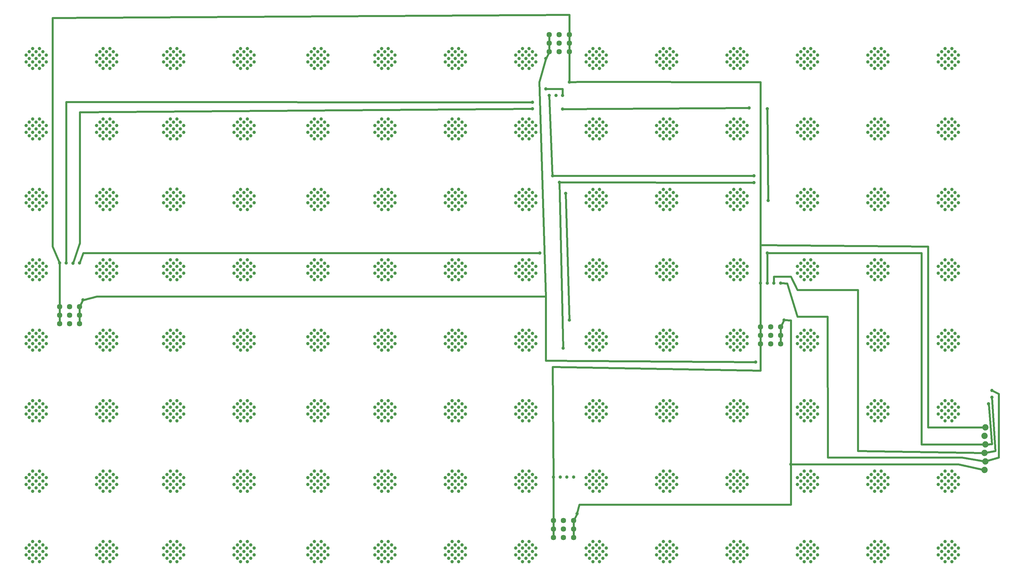
<source format=gbl>
G04 MADE WITH FRITZING*
G04 WWW.FRITZING.ORG*
G04 DOUBLE SIDED*
G04 HOLES PLATED*
G04 CONTOUR ON CENTER OF CONTOUR VECTOR*
%ASAXBY*%
%FSLAX23Y23*%
%MOIN*%
%OFA0B0*%
%SFA1.0B1.0*%
%ADD10C,0.039370*%
%ADD11C,0.063622*%
%ADD12C,0.074000*%
%ADD13C,0.024000*%
%LNCOPPER0*%
G90*
G70*
G54D10*
X7579Y2975D03*
X6673Y1243D03*
X5847Y2069D03*
X5925Y2817D03*
X7658Y5298D03*
X5020Y6203D03*
X6870Y455D03*
X5886Y5416D03*
X7736Y1164D03*
X6043Y1951D03*
X4311Y298D03*
X5138Y2778D03*
X5177Y495D03*
X5965Y4510D03*
X6004Y4550D03*
X4232Y6243D03*
X5020Y1164D03*
X6831Y1912D03*
X5886Y377D03*
X7697Y4589D03*
X6004Y6046D03*
X5256Y6203D03*
X5925Y5219D03*
X4193Y1243D03*
X4351Y5377D03*
X4351Y2069D03*
X7658Y5455D03*
X7618Y4432D03*
X6713Y3762D03*
X7579Y1243D03*
X6004Y258D03*
X5177Y3723D03*
X5020Y4550D03*
X6083Y6125D03*
X5138Y2109D03*
X5177Y1912D03*
X6792Y2778D03*
X5099Y1321D03*
X7500Y1164D03*
X6713Y6085D03*
X6792Y5337D03*
X7579Y3566D03*
X4351Y3644D03*
X4272Y3802D03*
X7540Y377D03*
X5847Y3644D03*
X5965Y6164D03*
X5177Y2975D03*
X6004Y1164D03*
X6792Y4510D03*
X6083Y4471D03*
X4311Y1282D03*
X4272Y6203D03*
X5886Y6085D03*
X6752Y2975D03*
X6870Y6085D03*
X4232Y4589D03*
X7579Y6282D03*
X6673Y416D03*
X7697Y2936D03*
X7540Y3762D03*
X4232Y2936D03*
X5925Y1321D03*
X4429Y416D03*
X7618Y1951D03*
X5020Y337D03*
X7736Y337D03*
X7736Y5377D03*
X5217Y2857D03*
X6752Y5219D03*
X4272Y4628D03*
X6831Y1321D03*
X5886Y1125D03*
X5886Y2030D03*
X7658Y337D03*
X5138Y2936D03*
X4193Y3723D03*
X6673Y6203D03*
X6083Y3644D03*
X4232Y5337D03*
X4272Y1243D03*
X7697Y2030D03*
X6870Y1203D03*
X6792Y2030D03*
X6083Y337D03*
X6043Y6085D03*
X6673Y2896D03*
X4351Y6046D03*
X5099Y2148D03*
X5138Y5337D03*
X4390Y3605D03*
X4232Y2109D03*
X5256Y3723D03*
X5020Y2817D03*
X6752Y258D03*
X5099Y258D03*
X6792Y2109D03*
X5138Y1203D03*
X4232Y1203D03*
X5059Y1203D03*
X7658Y2148D03*
X5925Y3566D03*
X6792Y5416D03*
X5177Y3566D03*
X5059Y6243D03*
X4390Y1282D03*
X4390Y2109D03*
X5217Y5258D03*
X5256Y1164D03*
X5965Y1203D03*
X4429Y2069D03*
X6713Y2857D03*
X5177Y4550D03*
X6752Y1243D03*
X6043Y5416D03*
X6043Y298D03*
X7618Y6243D03*
X6752Y2069D03*
X5177Y2896D03*
X5099Y6046D03*
X7736Y4550D03*
X4272Y4392D03*
X4232Y3684D03*
X5138Y5416D03*
X4351Y2739D03*
X5177Y258D03*
X7658Y5377D03*
X5925Y495D03*
X5059Y4589D03*
X5059Y3762D03*
X5177Y5377D03*
X7540Y5416D03*
X4390Y5416D03*
X7500Y4550D03*
X5020Y5377D03*
X7579Y2817D03*
X7579Y1991D03*
X5965Y1951D03*
X6831Y4392D03*
X6792Y4589D03*
X5020Y3723D03*
X5886Y3762D03*
X5217Y1951D03*
X5886Y298D03*
X5138Y2030D03*
X5020Y6125D03*
X4272Y2817D03*
X5847Y416D03*
X6792Y1125D03*
X7540Y2778D03*
X5138Y6243D03*
X7579Y258D03*
X4429Y5298D03*
X7736Y6203D03*
X7697Y298D03*
X4272Y1085D03*
X7579Y3723D03*
X6043Y2778D03*
X6831Y2975D03*
X7579Y3644D03*
X7618Y3605D03*
X6752Y4392D03*
X6004Y495D03*
X6910Y337D03*
X5847Y1243D03*
X7658Y1085D03*
X6713Y377D03*
X5965Y5337D03*
X7500Y1243D03*
X4351Y1243D03*
X6752Y1991D03*
X6043Y3605D03*
X6043Y2109D03*
X6831Y4471D03*
X6004Y3566D03*
X6752Y495D03*
X4193Y4471D03*
X6713Y2936D03*
X7500Y2069D03*
X6043Y1282D03*
X6792Y298D03*
X7697Y455D03*
X6752Y5377D03*
X6870Y6243D03*
X5138Y3684D03*
X7540Y1282D03*
X7658Y3723D03*
X4390Y2936D03*
X7540Y1125D03*
X7736Y6125D03*
X5177Y6282D03*
X5886Y455D03*
X6004Y6203D03*
X7540Y4432D03*
X7579Y5455D03*
X7579Y4392D03*
X4351Y6282D03*
X6910Y2896D03*
X5217Y4510D03*
X5177Y337D03*
X5925Y3644D03*
X5059Y1282D03*
X7697Y5337D03*
X5847Y6125D03*
X4311Y5416D03*
X4232Y377D03*
X4193Y1164D03*
X7697Y2109D03*
X6004Y6282D03*
X5217Y5337D03*
X4390Y3684D03*
X4272Y1991D03*
X4193Y416D03*
X5217Y6243D03*
X7658Y4550D03*
X5217Y3605D03*
X4429Y1164D03*
X6752Y4628D03*
X7736Y3723D03*
X6752Y1085D03*
X6004Y1321D03*
X6792Y1951D03*
X4390Y1951D03*
X7500Y4471D03*
X4390Y2030D03*
X4193Y2896D03*
X4311Y3684D03*
X6870Y3762D03*
X7540Y3605D03*
X6831Y6125D03*
X4351Y258D03*
X7540Y2030D03*
X4351Y5298D03*
X7579Y5377D03*
X5886Y3605D03*
X6713Y1125D03*
X7500Y6203D03*
X6831Y1243D03*
X6673Y5377D03*
X6870Y1951D03*
X4193Y4550D03*
X7697Y2778D03*
X7540Y2936D03*
X6870Y6164D03*
X4272Y258D03*
X6752Y1912D03*
X5965Y2778D03*
X6792Y4432D03*
X5138Y455D03*
X7579Y2069D03*
X4272Y416D03*
X5059Y5337D03*
X7540Y1951D03*
X6713Y4510D03*
X4390Y6243D03*
X7658Y2817D03*
X5059Y1125D03*
X6831Y2069D03*
X5138Y1951D03*
X5020Y4471D03*
X4429Y5377D03*
X7697Y6164D03*
X5217Y6085D03*
X6910Y5377D03*
X4351Y2148D03*
X7540Y2109D03*
X5217Y1282D03*
X4351Y5455D03*
X5217Y455D03*
X4390Y4510D03*
X6004Y416D03*
X5138Y1282D03*
X6910Y3723D03*
X5020Y3644D03*
X6870Y2109D03*
X6083Y1991D03*
X4311Y1125D03*
X6752Y3802D03*
X7618Y2778D03*
X6713Y3605D03*
X7579Y495D03*
X6713Y2778D03*
X4390Y4432D03*
X4232Y1951D03*
X7500Y1991D03*
X5965Y2109D03*
X5177Y1085D03*
X4429Y6203D03*
X7658Y2069D03*
X7618Y1203D03*
X5886Y3684D03*
X5217Y2778D03*
X4272Y3723D03*
X7697Y4432D03*
X4351Y6203D03*
X7540Y5258D03*
X7658Y1243D03*
X5099Y1243D03*
X4429Y2817D03*
X5177Y416D03*
X7540Y3684D03*
X6083Y1164D03*
X5217Y3684D03*
X7618Y4510D03*
X4351Y1321D03*
X5177Y1243D03*
X7697Y5258D03*
X6870Y4510D03*
X7579Y6125D03*
X7658Y4392D03*
X4272Y2148D03*
X6713Y298D03*
X6831Y3802D03*
X6004Y2739D03*
X6043Y4510D03*
X7579Y2148D03*
X6870Y298D03*
X6043Y3684D03*
X5138Y4510D03*
X5177Y6125D03*
X5177Y6203D03*
X5099Y2896D03*
X6870Y5337D03*
X6004Y1085D03*
X6831Y5455D03*
X4429Y1243D03*
X6910Y416D03*
X7540Y6164D03*
X7736Y416D03*
X7658Y495D03*
X4351Y2817D03*
X6752Y1321D03*
X4193Y5298D03*
X4390Y5337D03*
X7540Y1203D03*
X7697Y6085D03*
X5059Y377D03*
X7500Y2896D03*
X6910Y6125D03*
X6831Y4550D03*
X5965Y6085D03*
X4272Y3566D03*
X5217Y298D03*
X7658Y2896D03*
X7658Y258D03*
X6004Y5298D03*
X6673Y2069D03*
X5925Y1912D03*
X7500Y3644D03*
X6831Y3723D03*
X5886Y4432D03*
X5099Y4392D03*
X7540Y298D03*
X5059Y6085D03*
X4272Y2069D03*
X5886Y2778D03*
X4272Y337D03*
X7658Y3802D03*
X5177Y5219D03*
X7500Y337D03*
X4232Y4510D03*
X6673Y4550D03*
X5847Y1991D03*
X6910Y2817D03*
X6752Y337D03*
X5059Y5258D03*
X5965Y1125D03*
X5217Y4589D03*
X6792Y1203D03*
X6673Y3644D03*
X4390Y5258D03*
X5099Y5298D03*
X7658Y1912D03*
X5099Y4471D03*
X5925Y6203D03*
X6043Y5258D03*
X7736Y4471D03*
X5020Y1991D03*
X4311Y6085D03*
X6004Y6125D03*
X5177Y2739D03*
X5965Y4432D03*
X7658Y1321D03*
X4351Y416D03*
X5256Y5298D03*
X5059Y6164D03*
X6870Y4589D03*
X7540Y6085D03*
X6910Y1243D03*
X5177Y5455D03*
X6004Y4471D03*
X7579Y416D03*
X5256Y2817D03*
X5099Y2069D03*
X6713Y5258D03*
X6713Y1203D03*
X6910Y4550D03*
X7500Y3723D03*
X4351Y3723D03*
X5965Y455D03*
X7697Y6243D03*
X5925Y2975D03*
X4311Y2109D03*
X5217Y2936D03*
X7697Y4510D03*
X5138Y1125D03*
X4390Y2857D03*
X7658Y5219D03*
X5965Y298D03*
X5847Y337D03*
X4232Y6085D03*
X7658Y6282D03*
X5020Y5298D03*
X5925Y5298D03*
X5099Y3802D03*
X5099Y5219D03*
X6870Y377D03*
X5217Y4432D03*
X5099Y6203D03*
X6831Y5377D03*
X5886Y1951D03*
X5099Y2739D03*
X4272Y6282D03*
X4351Y1164D03*
X5256Y3644D03*
X7697Y1125D03*
X7658Y1164D03*
X5099Y4550D03*
X7500Y2817D03*
X5217Y6164D03*
X5965Y3684D03*
X6004Y1991D03*
X4232Y1282D03*
X5099Y4628D03*
X5059Y3605D03*
X5925Y2896D03*
X5886Y2857D03*
X6004Y337D03*
X4429Y337D03*
X6673Y6125D03*
X6870Y1282D03*
X5177Y4628D03*
X4272Y2896D03*
X6673Y3723D03*
X5256Y5377D03*
X7618Y4589D03*
X6713Y4432D03*
X4390Y4589D03*
X6673Y2817D03*
X4351Y4392D03*
X6004Y1912D03*
X6752Y2148D03*
X6831Y2739D03*
X5925Y3723D03*
X4193Y2069D03*
X7540Y4510D03*
X6043Y4589D03*
X5965Y5416D03*
X6043Y6243D03*
X5099Y2817D03*
X6043Y377D03*
X5059Y3684D03*
X6831Y6282D03*
X7658Y2739D03*
X7697Y1282D03*
X6831Y2148D03*
X4311Y4589D03*
X5847Y3723D03*
X5059Y298D03*
X4272Y6125D03*
X4311Y4510D03*
X4390Y377D03*
X4193Y6203D03*
X6083Y2069D03*
X7736Y2896D03*
X4272Y495D03*
X4311Y3762D03*
X4193Y3644D03*
X6910Y4471D03*
X4232Y5258D03*
X5099Y5377D03*
X6831Y2896D03*
X6792Y2857D03*
X6083Y1243D03*
X5138Y4589D03*
X5886Y5337D03*
X7618Y2109D03*
X4232Y5416D03*
X5020Y2896D03*
X5059Y2030D03*
X5256Y416D03*
X5099Y495D03*
X6043Y455D03*
X7618Y1125D03*
X5059Y4510D03*
X6752Y3566D03*
X4311Y2936D03*
X7500Y5298D03*
X5256Y1991D03*
X6043Y6164D03*
X5256Y4471D03*
X6831Y258D03*
X4351Y3802D03*
X7736Y1991D03*
X4351Y6125D03*
X5177Y1991D03*
X5177Y1164D03*
X6004Y3802D03*
X5099Y6125D03*
X4272Y2739D03*
X4232Y298D03*
X6870Y1125D03*
X5059Y2778D03*
X5177Y4471D03*
X6752Y6203D03*
X6004Y5455D03*
X5925Y5455D03*
X6910Y6203D03*
X6752Y6125D03*
X7579Y1164D03*
X5965Y5258D03*
X5138Y4432D03*
X6713Y455D03*
X6752Y5455D03*
X4390Y298D03*
X6870Y2030D03*
X5965Y6243D03*
X6792Y3762D03*
X4232Y2778D03*
X6910Y5298D03*
X5886Y4589D03*
X6004Y4392D03*
X5256Y337D03*
X4311Y1951D03*
X7618Y6164D03*
X5847Y4471D03*
X5177Y6046D03*
X6083Y5298D03*
X6870Y5416D03*
X6792Y455D03*
X5138Y2857D03*
X6792Y6085D03*
X4272Y5377D03*
X4232Y3762D03*
X5099Y6282D03*
X7658Y6125D03*
X7579Y4550D03*
X5925Y2148D03*
X5138Y6164D03*
X6083Y5377D03*
X6713Y4589D03*
X5217Y5416D03*
X7658Y4628D03*
X6831Y5298D03*
X5925Y6125D03*
X5217Y2109D03*
X4272Y4471D03*
X6004Y2896D03*
X7658Y6046D03*
X5099Y5455D03*
X4193Y5377D03*
X4311Y2030D03*
X7618Y2030D03*
X7618Y377D03*
X5059Y2936D03*
X5965Y2030D03*
X6831Y1991D03*
X4351Y2975D03*
X4390Y3762D03*
X5059Y2109D03*
X5886Y2936D03*
X7579Y2896D03*
X7579Y5219D03*
X6713Y2030D03*
X6083Y3723D03*
X6752Y3723D03*
X5886Y5258D03*
X6792Y6164D03*
X7618Y2857D03*
X5099Y3566D03*
X7618Y6085D03*
X5886Y6164D03*
X6713Y1951D03*
X5847Y5298D03*
X5847Y4550D03*
X6713Y5337D03*
X5138Y3762D03*
X6004Y4628D03*
X6792Y1282D03*
X4311Y6243D03*
X4311Y3605D03*
X7618Y298D03*
X5925Y2739D03*
X6043Y2857D03*
X4232Y6164D03*
X5925Y1164D03*
X4351Y1085D03*
X5059Y1951D03*
X6043Y5337D03*
X6831Y1164D03*
X4311Y6164D03*
X6752Y2739D03*
X6752Y6282D03*
X6043Y1125D03*
X7736Y2069D03*
X4232Y4432D03*
X5925Y1085D03*
X5099Y2975D03*
X7736Y3644D03*
X6792Y2936D03*
X6043Y1203D03*
X4351Y3566D03*
X5138Y6085D03*
X7658Y416D03*
X6004Y2148D03*
X4272Y6046D03*
X6713Y3684D03*
X4390Y6085D03*
X5925Y258D03*
X5059Y455D03*
X7540Y6243D03*
X7579Y337D03*
X6870Y2936D03*
X6910Y1164D03*
X4429Y6125D03*
X5138Y5258D03*
X4272Y1912D03*
X5177Y2069D03*
X4311Y5258D03*
X7618Y2936D03*
X4311Y4432D03*
X4429Y1991D03*
X7697Y3762D03*
X5847Y5377D03*
X6004Y2069D03*
X5177Y3802D03*
X6004Y3644D03*
X7579Y1085D03*
X7658Y1991D03*
X4193Y6125D03*
X7697Y2857D03*
X6910Y3644D03*
X6831Y495D03*
X5965Y2857D03*
X6752Y6046D03*
X4311Y5337D03*
X5886Y2109D03*
X6713Y6164D03*
X6831Y1085D03*
X6713Y6243D03*
X7579Y1321D03*
X6752Y2896D03*
X6792Y377D03*
X7736Y2817D03*
X6713Y5416D03*
X7697Y3605D03*
X7618Y5258D03*
X5925Y416D03*
X5886Y4510D03*
X5217Y2030D03*
X4311Y377D03*
X7697Y377D03*
X7658Y3566D03*
X4193Y1991D03*
X5925Y4471D03*
X6910Y1991D03*
X5925Y4392D03*
X5217Y377D03*
X5256Y2896D03*
X7658Y2975D03*
X6004Y5377D03*
X4232Y1125D03*
X5925Y2069D03*
X6831Y6203D03*
X4351Y4471D03*
X7658Y3644D03*
X4311Y455D03*
X7618Y455D03*
X6870Y4432D03*
X7618Y1282D03*
X5099Y3644D03*
X5925Y6046D03*
X6752Y4471D03*
X5847Y1164D03*
X5138Y377D03*
X4351Y2896D03*
X5847Y2896D03*
X5217Y1125D03*
X7736Y5298D03*
X5925Y5377D03*
X6673Y1164D03*
X7736Y1243D03*
X4272Y5298D03*
X5020Y2069D03*
X5925Y3802D03*
X6004Y2817D03*
X6004Y5219D03*
X5925Y4628D03*
X5965Y2936D03*
X7579Y4471D03*
X6831Y3566D03*
X7618Y3762D03*
X7579Y2739D03*
X6083Y2896D03*
X7579Y4628D03*
X5059Y2857D03*
X5965Y3762D03*
X5886Y1282D03*
X6870Y2857D03*
X5965Y377D03*
X5177Y3644D03*
X4429Y4471D03*
X5099Y1912D03*
X6831Y2817D03*
X6910Y2069D03*
X7579Y6046D03*
X5020Y1243D03*
X4429Y3723D03*
X7540Y455D03*
X5965Y4589D03*
X6752Y1164D03*
X6752Y416D03*
X7658Y4471D03*
X5177Y5298D03*
X7540Y5337D03*
X4390Y2778D03*
X7579Y1912D03*
X7697Y3684D03*
X5217Y3762D03*
X4311Y2778D03*
X5256Y2069D03*
X5925Y1991D03*
X6004Y1243D03*
X4351Y1912D03*
X5099Y3723D03*
X7697Y1951D03*
X6831Y6046D03*
X5256Y6125D03*
X6870Y2778D03*
X4311Y2857D03*
X6831Y416D03*
X6083Y416D03*
X6043Y2030D03*
X6752Y3644D03*
X7579Y6203D03*
X4272Y1164D03*
X6831Y4628D03*
X5256Y1243D03*
X5099Y1991D03*
X5847Y2817D03*
X6043Y4432D03*
X5177Y1321D03*
X6083Y4550D03*
X4429Y4550D03*
X6673Y5298D03*
X4351Y495D03*
X4193Y2817D03*
X6673Y4471D03*
X5177Y2148D03*
X5099Y1164D03*
X4232Y3605D03*
X4311Y1203D03*
X5177Y2817D03*
X5138Y298D03*
X5059Y5416D03*
X4390Y455D03*
X5099Y416D03*
X6673Y1991D03*
X5177Y4392D03*
X5099Y337D03*
X4351Y4550D03*
X6083Y6203D03*
X4351Y5219D03*
X7540Y4589D03*
X7500Y5377D03*
X4232Y2857D03*
X6831Y5219D03*
X5925Y4550D03*
X6792Y5258D03*
X5217Y1203D03*
X4193Y337D03*
X6752Y4550D03*
X7540Y2857D03*
X7618Y5416D03*
X5925Y337D03*
X4272Y4550D03*
X4232Y455D03*
X5256Y4550D03*
X4272Y2975D03*
X6792Y3605D03*
X6752Y2817D03*
X5886Y6243D03*
X4272Y3644D03*
X7579Y5298D03*
X4272Y5455D03*
X5020Y416D03*
X6713Y1282D03*
X4390Y1125D03*
X5965Y3605D03*
X6792Y6243D03*
X4390Y6164D03*
X7697Y5416D03*
X6752Y5298D03*
X6004Y2975D03*
X7579Y3802D03*
X4429Y3644D03*
X6870Y5258D03*
X7500Y416D03*
X5965Y1282D03*
X6043Y2936D03*
X5925Y1243D03*
X5138Y3605D03*
X6004Y3723D03*
X5099Y1085D03*
X6870Y3605D03*
X4351Y1991D03*
X6792Y3684D03*
X5886Y1203D03*
X6043Y3762D03*
X4351Y337D03*
X7618Y5337D03*
X7658Y6203D03*
X6083Y2817D03*
X6831Y3644D03*
X7618Y3684D03*
X6870Y3684D03*
X7500Y6125D03*
X6673Y337D03*
X4351Y4628D03*
X5847Y6203D03*
X4272Y1321D03*
X6713Y2109D03*
X4272Y5219D03*
X6831Y337D03*
X5925Y6282D03*
X4429Y2896D03*
X4232Y2030D03*
X4390Y1203D03*
X5059Y4432D03*
X7697Y1203D03*
X8327Y6203D03*
X10138Y416D03*
X8366Y2857D03*
X9311Y5377D03*
X9981Y337D03*
X9311Y258D03*
X11004Y5258D03*
X11004Y3762D03*
X10965Y3802D03*
X10020Y3762D03*
X9311Y2148D03*
X11043Y1243D03*
X9390Y2817D03*
X10965Y1321D03*
X10807Y6203D03*
X10807Y1164D03*
X8563Y416D03*
X10217Y4550D03*
X8484Y337D03*
X10020Y298D03*
X10020Y377D03*
X8366Y4589D03*
X9272Y2030D03*
X8445Y1951D03*
X8366Y6164D03*
X10965Y6046D03*
X9193Y1203D03*
X10886Y2739D03*
X10807Y1991D03*
X8366Y3605D03*
X9981Y1164D03*
X9311Y2975D03*
X9272Y6164D03*
X10965Y2739D03*
X10020Y2109D03*
X8563Y4471D03*
X10886Y1085D03*
X9351Y6085D03*
X10847Y2857D03*
X8406Y6046D03*
X9232Y1164D03*
X10020Y6164D03*
X8484Y6046D03*
X11043Y1164D03*
X10059Y5219D03*
X10177Y455D03*
X8524Y6085D03*
X9311Y2896D03*
X10099Y2936D03*
X10177Y1951D03*
X8484Y3566D03*
X9193Y3605D03*
X10059Y1243D03*
X10925Y4510D03*
X9351Y455D03*
X8327Y2896D03*
X10059Y5377D03*
X10886Y337D03*
X8366Y4432D03*
X9193Y2857D03*
X10020Y5258D03*
X8445Y4432D03*
X9232Y5455D03*
X11004Y377D03*
X9154Y2069D03*
X10177Y2109D03*
X8366Y5258D03*
X9311Y1912D03*
X10177Y4510D03*
X11004Y5337D03*
X11004Y1951D03*
X10177Y1282D03*
X10099Y5337D03*
X8366Y377D03*
X10925Y6164D03*
X9351Y2936D03*
X9154Y416D03*
X8406Y3566D03*
X9311Y1991D03*
X11004Y5416D03*
X9390Y5298D03*
X10138Y1243D03*
X10847Y3762D03*
X10177Y6164D03*
X10059Y2148D03*
X11004Y1282D03*
X8484Y6203D03*
X10925Y2857D03*
X10099Y4589D03*
X9981Y3644D03*
X9311Y6046D03*
X9272Y4432D03*
X10138Y5455D03*
X9311Y6125D03*
X10965Y258D03*
X8445Y377D03*
X10217Y6125D03*
X9311Y3566D03*
X9232Y6125D03*
X8524Y3762D03*
X9390Y5377D03*
X9232Y4550D03*
X8484Y2148D03*
X9311Y337D03*
X9351Y2030D03*
X8327Y4471D03*
X10965Y5298D03*
X9390Y1164D03*
X11043Y416D03*
X9351Y4432D03*
X9311Y495D03*
X9272Y4589D03*
X10099Y1282D03*
X8406Y337D03*
X10847Y1282D03*
X8406Y6282D03*
X9193Y1951D03*
X10886Y4628D03*
X10217Y1164D03*
X8445Y6243D03*
X11004Y1203D03*
X8563Y2817D03*
X9154Y1164D03*
X10965Y4392D03*
X10138Y2817D03*
X10020Y2778D03*
X10138Y4629D03*
X8524Y1203D03*
X9272Y1203D03*
X9351Y1951D03*
X8445Y4589D03*
X10020Y1951D03*
X8406Y1991D03*
X8445Y5258D03*
X8406Y2817D03*
X9981Y1991D03*
X9311Y2739D03*
X10059Y4629D03*
X8445Y1203D03*
X8445Y2778D03*
X10059Y258D03*
X8445Y3684D03*
X10965Y3723D03*
X8406Y5455D03*
X8484Y2069D03*
X9193Y5337D03*
X10177Y1203D03*
X9232Y1991D03*
X10059Y2975D03*
X10965Y2896D03*
X8524Y298D03*
X10138Y1164D03*
X9272Y2857D03*
X10886Y6125D03*
X10217Y5377D03*
X9232Y3723D03*
X10020Y4589D03*
X8563Y2896D03*
X10925Y1951D03*
X10886Y416D03*
X10059Y4471D03*
X9311Y6203D03*
X11004Y4510D03*
X8484Y3802D03*
X10965Y6125D03*
X10099Y6085D03*
X8327Y3723D03*
X9311Y4550D03*
X9272Y3605D03*
X9232Y4628D03*
X9232Y3566D03*
X9351Y5337D03*
X10807Y3723D03*
X9232Y4392D03*
X10138Y2975D03*
X10059Y2739D03*
X9193Y2778D03*
X8406Y3723D03*
X9154Y5377D03*
X10020Y2936D03*
X9154Y3723D03*
X10217Y2817D03*
X8524Y2030D03*
X8524Y1125D03*
X10138Y1912D03*
X10138Y1085D03*
X10886Y2896D03*
X9311Y1243D03*
X8366Y1951D03*
X10059Y2069D03*
X8406Y1321D03*
X9311Y5219D03*
X10886Y5298D03*
X9351Y1282D03*
X9981Y416D03*
X8524Y377D03*
X8366Y1125D03*
X8366Y3684D03*
X9351Y5258D03*
X8484Y1912D03*
X10020Y5416D03*
X9351Y2778D03*
X10886Y3566D03*
X9351Y298D03*
X10138Y2148D03*
X8524Y6164D03*
X8445Y1282D03*
X8524Y1951D03*
X10099Y5258D03*
X10020Y4432D03*
X8406Y5219D03*
X11004Y6243D03*
X10217Y6203D03*
X10177Y4432D03*
X10138Y3802D03*
X9981Y2896D03*
X10807Y2817D03*
X10059Y1321D03*
X10965Y3644D03*
X10886Y6282D03*
X8406Y258D03*
X10020Y1203D03*
X8524Y2778D03*
X9154Y1991D03*
X11004Y2778D03*
X9232Y1912D03*
X10925Y5258D03*
X9390Y6203D03*
X10099Y1203D03*
X10059Y1164D03*
X10020Y2030D03*
X10886Y3723D03*
X10807Y2896D03*
X10886Y1991D03*
X9272Y1125D03*
X8484Y5298D03*
X8484Y416D03*
X9311Y2817D03*
X10925Y2109D03*
X9232Y5298D03*
X10925Y5416D03*
X9390Y2069D03*
X10059Y337D03*
X8524Y5416D03*
X8563Y5377D03*
X10138Y4471D03*
X9981Y4471D03*
X10177Y377D03*
X9981Y4550D03*
X11004Y6085D03*
X9272Y6085D03*
X9272Y5337D03*
X10138Y3723D03*
X9390Y1243D03*
X10925Y4589D03*
X8524Y3684D03*
X10807Y337D03*
X10847Y1125D03*
X9272Y1951D03*
X9272Y2936D03*
X8366Y455D03*
X8563Y337D03*
X10217Y3723D03*
X9193Y298D03*
X10020Y6085D03*
X9232Y2817D03*
X8366Y1203D03*
X10965Y416D03*
X10177Y2857D03*
X9390Y3723D03*
X10807Y5298D03*
X9272Y6243D03*
X9981Y5298D03*
X9272Y2778D03*
X10847Y4589D03*
X8406Y6203D03*
X9232Y2975D03*
X10059Y4392D03*
X9390Y416D03*
X8484Y3644D03*
X11043Y5377D03*
X10138Y5219D03*
X9981Y5377D03*
X10099Y2109D03*
X10925Y4432D03*
X9193Y5258D03*
X10059Y6046D03*
X10886Y5377D03*
X10847Y1203D03*
X9311Y4392D03*
X8327Y5377D03*
X9154Y1243D03*
X8484Y5377D03*
X10925Y298D03*
X10847Y6243D03*
X11043Y3723D03*
X10925Y3605D03*
X10059Y1991D03*
X11004Y298D03*
X10059Y5455D03*
X8445Y2857D03*
X10925Y455D03*
X9154Y4471D03*
X10847Y2936D03*
X9351Y2109D03*
X8445Y5416D03*
X10099Y298D03*
X10965Y5219D03*
X8366Y1282D03*
X8524Y2936D03*
X11043Y2896D03*
X10965Y337D03*
X10099Y3684D03*
X10138Y6282D03*
X10965Y2148D03*
X8406Y4392D03*
X9193Y3684D03*
X10217Y3644D03*
X10965Y2975D03*
X10177Y6243D03*
X10886Y2975D03*
X10138Y2896D03*
X9193Y4589D03*
X8366Y2030D03*
X10965Y1243D03*
X8406Y2975D03*
X9981Y2817D03*
X10099Y2030D03*
X8406Y416D03*
X10886Y1912D03*
X10847Y5258D03*
X10177Y4589D03*
X9311Y1321D03*
X10886Y1243D03*
X8327Y4550D03*
X10177Y5337D03*
X9390Y6125D03*
X10965Y495D03*
X9154Y5298D03*
X10177Y6085D03*
X10059Y4550D03*
X9311Y2069D03*
X8445Y3605D03*
X10886Y1164D03*
X9272Y298D03*
X10020Y1282D03*
X9232Y1243D03*
X9232Y258D03*
X8524Y5258D03*
X9351Y3684D03*
X10059Y3802D03*
X8484Y1243D03*
X9232Y5377D03*
X8406Y5377D03*
X10099Y377D03*
X10138Y4392D03*
X9193Y455D03*
X8327Y416D03*
X10886Y495D03*
X10177Y2778D03*
X10059Y2817D03*
X9232Y495D03*
X10059Y416D03*
X8524Y5337D03*
X9390Y2896D03*
X9311Y1164D03*
X10177Y5416D03*
X10807Y4550D03*
X10138Y337D03*
X11043Y2817D03*
X9981Y6125D03*
X10138Y495D03*
X9390Y3644D03*
X9351Y6164D03*
X10138Y1991D03*
X8406Y3644D03*
X11004Y3605D03*
X10965Y1164D03*
X8484Y6282D03*
X11043Y1991D03*
X8524Y4510D03*
X9351Y3605D03*
X11004Y4432D03*
X10020Y3605D03*
X10925Y1282D03*
X8406Y4628D03*
X10847Y3605D03*
X11004Y3684D03*
X9311Y5298D03*
X8524Y6243D03*
X8327Y2817D03*
X10886Y5455D03*
X10138Y4550D03*
X9193Y1125D03*
X10099Y1951D03*
X10965Y2817D03*
X10059Y1912D03*
X9272Y377D03*
X10886Y2069D03*
X8327Y2069D03*
X10059Y3723D03*
X8484Y495D03*
X10177Y298D03*
X10925Y6085D03*
X9154Y337D03*
X10886Y258D03*
X9272Y455D03*
X8406Y1243D03*
X8366Y2936D03*
X10099Y6243D03*
X10847Y3684D03*
X9351Y1203D03*
X9232Y2069D03*
X10059Y6203D03*
X9390Y4550D03*
X8445Y5337D03*
X10177Y5258D03*
X10965Y4628D03*
X10886Y2148D03*
X8366Y6243D03*
X9232Y337D03*
X10965Y5377D03*
X10807Y1243D03*
X10099Y455D03*
X10925Y5337D03*
X8484Y258D03*
X8524Y2109D03*
X11004Y1125D03*
X9351Y4510D03*
X8406Y2069D03*
X8484Y4628D03*
X11004Y2030D03*
X10020Y3684D03*
X10807Y6125D03*
X8445Y4510D03*
X10847Y5416D03*
X9272Y5416D03*
X9193Y6085D03*
X9351Y2857D03*
X10886Y1321D03*
X8327Y1991D03*
X10807Y416D03*
X9193Y2109D03*
X10886Y2817D03*
X8327Y1164D03*
X8445Y455D03*
X10847Y455D03*
X8484Y5455D03*
X10138Y3644D03*
X8445Y6164D03*
X10138Y3566D03*
X10965Y6282D03*
X10886Y4392D03*
X8484Y1321D03*
X10020Y2857D03*
X8366Y2778D03*
X9193Y4432D03*
X9311Y3802D03*
X8524Y2857D03*
X10177Y3684D03*
X9154Y6125D03*
X10177Y2936D03*
X9232Y2739D03*
X9981Y6203D03*
X10217Y2896D03*
X8484Y1991D03*
X8484Y2896D03*
X10847Y4510D03*
X8563Y4550D03*
X10807Y5377D03*
X8366Y5337D03*
X10217Y416D03*
X9193Y6164D03*
X10059Y3566D03*
X11004Y2109D03*
X10807Y4471D03*
X8524Y4589D03*
X9311Y4628D03*
X10138Y6203D03*
X10099Y2778D03*
X8406Y2739D03*
X9193Y6243D03*
X8406Y4550D03*
X10807Y2069D03*
X9272Y3762D03*
X10138Y6046D03*
X10886Y3644D03*
X11004Y2936D03*
X8484Y5219D03*
X10020Y455D03*
X10965Y1991D03*
X10099Y2857D03*
X10807Y3644D03*
X9351Y1125D03*
X8445Y3762D03*
X8445Y2109D03*
X8484Y4471D03*
X9311Y1085D03*
X9232Y6282D03*
X10925Y3762D03*
X8484Y1164D03*
X10886Y3802D03*
X9311Y3723D03*
X10965Y4471D03*
X8563Y3723D03*
X10847Y6164D03*
X8366Y6085D03*
X9193Y377D03*
X9232Y5219D03*
X9311Y3644D03*
X9390Y1991D03*
X10217Y337D03*
X11043Y337D03*
X10847Y2030D03*
X8445Y6085D03*
X10138Y258D03*
X10886Y4550D03*
X9193Y3762D03*
X8445Y1125D03*
X10138Y2739D03*
X8484Y2975D03*
X10099Y4432D03*
X10965Y1085D03*
X9232Y416D03*
X10059Y5298D03*
X10886Y4471D03*
X11043Y5298D03*
X8563Y6203D03*
X11043Y4471D03*
X10138Y2069D03*
X8406Y1912D03*
X10847Y4432D03*
X10847Y1951D03*
X9981Y2069D03*
X8484Y2817D03*
X10965Y1912D03*
X9193Y1282D03*
X10059Y6125D03*
X9232Y1321D03*
X10965Y3566D03*
X9193Y2030D03*
X9193Y4510D03*
X10925Y2030D03*
X9232Y4471D03*
X9311Y6282D03*
X8406Y1085D03*
X9232Y3802D03*
X11043Y4550D03*
X10925Y377D03*
X8406Y3802D03*
X9351Y3762D03*
X10886Y6203D03*
X10020Y4510D03*
X10099Y3605D03*
X8563Y1164D03*
X9232Y6203D03*
X11004Y4589D03*
X10059Y6282D03*
X10138Y1321D03*
X10925Y3684D03*
X10965Y2069D03*
X10099Y3762D03*
X8406Y1164D03*
X9311Y5455D03*
X8445Y2030D03*
X8406Y2896D03*
X11043Y6203D03*
X9981Y3723D03*
X8366Y2109D03*
X9272Y2109D03*
X8327Y1243D03*
X8366Y298D03*
X11043Y3644D03*
X8484Y4550D03*
X8563Y2069D03*
X9272Y5258D03*
X11004Y2857D03*
X8563Y1243D03*
X10217Y1991D03*
X8445Y298D03*
X8484Y2739D03*
X9232Y2896D03*
X10020Y5337D03*
X10847Y6085D03*
X9390Y337D03*
X10886Y6046D03*
X10925Y2936D03*
X10217Y2069D03*
X8484Y4392D03*
X10925Y2778D03*
X8445Y2936D03*
X8366Y4510D03*
X8366Y5416D03*
X10925Y1203D03*
X9193Y2936D03*
X10965Y6203D03*
X10965Y4550D03*
X10847Y377D03*
X9351Y5416D03*
X8406Y2148D03*
X10099Y6164D03*
X10847Y2778D03*
X10138Y6125D03*
X8524Y455D03*
X9154Y2896D03*
X8327Y3644D03*
X11043Y2069D03*
X8327Y337D03*
X9232Y2148D03*
X10099Y4510D03*
X11004Y455D03*
X8563Y6125D03*
X10059Y1085D03*
X10217Y1243D03*
X8366Y3762D03*
X10020Y6243D03*
X9154Y4550D03*
X8406Y5298D03*
X10217Y5298D03*
X10847Y2109D03*
X8524Y1282D03*
X9351Y6243D03*
X10020Y1125D03*
X9232Y1085D03*
X8406Y4471D03*
X10059Y3644D03*
X8563Y1991D03*
X8524Y4432D03*
X10177Y2030D03*
X8327Y6125D03*
X10099Y1125D03*
X11043Y6125D03*
X10886Y5219D03*
X8406Y6125D03*
X10965Y5455D03*
X10099Y5416D03*
X10847Y298D03*
X8327Y5298D03*
X9154Y3644D03*
X10059Y2896D03*
X9311Y416D03*
X10177Y3605D03*
X8484Y1085D03*
X8563Y5298D03*
X10138Y5298D03*
X10177Y3762D03*
X9272Y4510D03*
X9272Y1282D03*
X9351Y4589D03*
X9351Y377D03*
X9232Y3644D03*
X11004Y6164D03*
X10059Y495D03*
X9154Y2817D03*
X10925Y6243D03*
X9272Y3684D03*
X9311Y4471D03*
X8406Y495D03*
X8563Y3644D03*
X10925Y1125D03*
X8484Y3723D03*
X9390Y4471D03*
X10177Y1125D03*
X8524Y3605D03*
X10847Y5337D03*
X10138Y5377D03*
X8484Y6125D03*
X10217Y4471D03*
X9981Y1243D03*
X9193Y5416D03*
X9232Y6046D03*
X9154Y6203D03*
X3524Y298D03*
X3524Y5337D03*
X3484Y3802D03*
X3563Y3566D03*
X3603Y2936D03*
X3642Y1164D03*
X3563Y4471D03*
X3563Y1164D03*
X3445Y5337D03*
X3484Y258D03*
X3406Y5377D03*
X3524Y6164D03*
X3484Y3644D03*
X3603Y298D03*
X3484Y1991D03*
X3603Y3762D03*
X3642Y2069D03*
X3406Y337D03*
X3563Y2739D03*
X3642Y337D03*
X3484Y3723D03*
X3445Y3762D03*
X3563Y3802D03*
X3484Y2739D03*
X3642Y6203D03*
X3484Y2817D03*
X3642Y1243D03*
X3445Y2778D03*
X3445Y4510D03*
X3642Y3723D03*
X3563Y6282D03*
X3524Y455D03*
X3642Y4471D03*
X3524Y2936D03*
X3603Y2857D03*
X3406Y2817D03*
X3524Y3762D03*
X3563Y495D03*
X3484Y4550D03*
X3603Y5337D03*
X3445Y1951D03*
X3603Y3684D03*
X3563Y2975D03*
X3524Y1282D03*
X3406Y6203D03*
X3563Y4628D03*
X3563Y4392D03*
X3563Y3644D03*
X3524Y4510D03*
X3484Y4628D03*
X3642Y2817D03*
X3563Y2069D03*
X3406Y2896D03*
X3484Y2975D03*
X3445Y2857D03*
X3642Y5377D03*
X3563Y258D03*
X3524Y6085D03*
X3406Y2069D03*
X3445Y1203D03*
X3603Y455D03*
X3603Y3605D03*
X3524Y2030D03*
X3406Y3723D03*
X3484Y3566D03*
X3524Y4432D03*
X3603Y4510D03*
X3524Y5258D03*
X3445Y2109D03*
X3524Y5416D03*
X3524Y377D03*
X3563Y1085D03*
X3563Y5455D03*
X3445Y1125D03*
X3642Y1991D03*
X3603Y2109D03*
X3524Y2857D03*
X3603Y6164D03*
X3524Y2109D03*
X3406Y4550D03*
X3484Y1085D03*
X3406Y5298D03*
X3445Y6243D03*
X3603Y1282D03*
X3524Y1125D03*
X3563Y2896D03*
X3484Y1164D03*
X3406Y416D03*
X3484Y4392D03*
X3406Y1243D03*
X3642Y416D03*
X3563Y1243D03*
X3563Y1991D03*
X3603Y5416D03*
X3406Y4471D03*
X3406Y6125D03*
X3445Y1282D03*
X3406Y1991D03*
X3563Y1321D03*
X3445Y6164D03*
X3484Y416D03*
X3603Y377D03*
X3563Y5298D03*
X3524Y4589D03*
X3406Y3644D03*
X3563Y6125D03*
X3445Y3684D03*
X3484Y6203D03*
X3445Y3605D03*
X3563Y416D03*
X3642Y3644D03*
X3445Y377D03*
X3642Y4550D03*
X3603Y5258D03*
X3603Y4589D03*
X3484Y1912D03*
X3445Y298D03*
X3642Y2896D03*
X3563Y2817D03*
X3603Y6085D03*
X3484Y1321D03*
X3445Y4589D03*
X3484Y5298D03*
X3603Y4432D03*
X3603Y1203D03*
X3484Y6125D03*
X3642Y6125D03*
X3445Y4432D03*
X3484Y6282D03*
X3603Y6243D03*
X3563Y2148D03*
X3524Y3605D03*
X3484Y1243D03*
X3484Y337D03*
X3445Y2030D03*
X3563Y3723D03*
X3563Y5377D03*
X3524Y6243D03*
X3484Y495D03*
X3484Y4471D03*
X3603Y1951D03*
X3524Y1951D03*
X3563Y6046D03*
X3563Y1912D03*
X3524Y1203D03*
X3484Y2069D03*
X3524Y3684D03*
X3603Y2778D03*
X3484Y5377D03*
X3445Y5416D03*
X3524Y2778D03*
X3406Y1164D03*
X3563Y6203D03*
X3603Y2030D03*
X3603Y1125D03*
X3563Y4550D03*
X3445Y6085D03*
X3563Y5219D03*
X3484Y2896D03*
X3445Y455D03*
X3563Y337D03*
X3484Y6046D03*
X3484Y5219D03*
X3484Y5455D03*
X3445Y2936D03*
X3445Y5258D03*
X3642Y5298D03*
X3484Y2148D03*
X2658Y298D03*
X2658Y5337D03*
X2618Y3802D03*
X2697Y3566D03*
X2736Y2936D03*
X2776Y1164D03*
X2697Y4471D03*
X2697Y1164D03*
X2579Y5337D03*
X2618Y258D03*
X2540Y5377D03*
X2658Y6164D03*
X2618Y3644D03*
X2736Y298D03*
X2618Y1991D03*
X2736Y3762D03*
X2776Y2069D03*
X2540Y337D03*
X2697Y2739D03*
X2776Y337D03*
X2618Y3723D03*
X2579Y3762D03*
X2697Y3802D03*
X2618Y2739D03*
X2776Y6203D03*
X2618Y2817D03*
X2776Y1243D03*
X2579Y2778D03*
X2579Y4510D03*
X2776Y3723D03*
X2697Y6282D03*
X2658Y455D03*
X2776Y4471D03*
X2658Y2936D03*
X2736Y2857D03*
X2540Y2817D03*
X2658Y3762D03*
X2697Y495D03*
X2618Y4550D03*
X2736Y5337D03*
X2579Y1951D03*
X2736Y3684D03*
X2697Y2975D03*
X2658Y1282D03*
X2540Y6203D03*
X2697Y4628D03*
X2697Y4392D03*
X2697Y3644D03*
X2658Y4510D03*
X2618Y4628D03*
X2776Y2817D03*
X2697Y2069D03*
X2540Y2896D03*
X2618Y2975D03*
X2579Y2857D03*
X2776Y5377D03*
X2697Y258D03*
X2658Y6085D03*
X2540Y2069D03*
X2579Y1203D03*
X2736Y455D03*
X2736Y3605D03*
X2658Y2030D03*
X2540Y3723D03*
X2618Y3566D03*
X2658Y4432D03*
X2736Y4510D03*
X2658Y5258D03*
X2579Y2109D03*
X2658Y5416D03*
X2658Y377D03*
X2697Y1085D03*
X2697Y5455D03*
X2579Y1125D03*
X2776Y1991D03*
X2736Y2109D03*
X2658Y2857D03*
X2736Y6164D03*
X2658Y2109D03*
X2540Y4550D03*
X2618Y1085D03*
X2540Y5298D03*
X2579Y6243D03*
X2736Y1282D03*
X2658Y1125D03*
X2697Y2896D03*
X2618Y1164D03*
X2540Y416D03*
X2618Y4392D03*
X2540Y1243D03*
X2776Y416D03*
X2697Y1243D03*
X2697Y1991D03*
X2736Y5416D03*
X2540Y4471D03*
X2540Y6125D03*
X2579Y1282D03*
X2540Y1991D03*
X2697Y1321D03*
X2579Y6164D03*
X2618Y416D03*
X2736Y377D03*
X2697Y5298D03*
X2658Y4589D03*
X2540Y3644D03*
X2697Y6125D03*
X2579Y3684D03*
X2618Y6203D03*
X2579Y3605D03*
X2697Y416D03*
X2776Y3644D03*
X2579Y377D03*
X2776Y4550D03*
X2736Y5258D03*
X2736Y4589D03*
X2618Y1912D03*
X2579Y298D03*
X2776Y2896D03*
X2697Y2817D03*
X2736Y6085D03*
X2618Y1321D03*
X2579Y4589D03*
X2618Y5298D03*
X2736Y4432D03*
X2736Y1203D03*
X2618Y6125D03*
X2776Y6125D03*
X2579Y4432D03*
X2618Y6282D03*
X2736Y6243D03*
X2697Y2148D03*
X2658Y3605D03*
X2618Y1243D03*
X2618Y337D03*
X2579Y2030D03*
X2697Y3723D03*
X2697Y5377D03*
X2658Y6243D03*
X2618Y495D03*
X2618Y4471D03*
X2736Y1951D03*
X2658Y1951D03*
X2697Y6046D03*
X2697Y1912D03*
X2658Y1203D03*
X2618Y2069D03*
X2658Y3684D03*
X2736Y2778D03*
X2618Y5377D03*
X2579Y5416D03*
X2658Y2778D03*
X2540Y1164D03*
X2697Y6203D03*
X2736Y2030D03*
X2736Y1125D03*
X2697Y4550D03*
X2579Y6085D03*
X2697Y5219D03*
X2618Y2896D03*
X2579Y455D03*
X2697Y337D03*
X2618Y6046D03*
X2618Y5219D03*
X2618Y5455D03*
X2579Y2936D03*
X2579Y5258D03*
X2776Y5298D03*
X2618Y2148D03*
X1831Y298D03*
X1831Y5337D03*
X1792Y3802D03*
X1870Y3566D03*
X1910Y2936D03*
X1949Y1164D03*
X1870Y4471D03*
X1870Y1164D03*
X1752Y5337D03*
X1792Y258D03*
X1713Y5377D03*
X1831Y6164D03*
X1792Y3644D03*
X1910Y298D03*
X1792Y1991D03*
X1910Y3762D03*
X1949Y2069D03*
X1713Y337D03*
X1870Y2739D03*
X1949Y337D03*
X1792Y3723D03*
X1752Y3762D03*
X1870Y3802D03*
X1792Y2739D03*
X1949Y6203D03*
X1792Y2817D03*
X1949Y1243D03*
X1752Y2778D03*
X1752Y4510D03*
X1949Y3723D03*
X1870Y6282D03*
X1831Y455D03*
X1949Y4471D03*
X1831Y2936D03*
X1910Y2857D03*
X1713Y2817D03*
X1831Y3762D03*
X1870Y495D03*
X1792Y4550D03*
X1910Y5337D03*
X1752Y1951D03*
X1910Y3684D03*
X1870Y2975D03*
X1831Y1282D03*
X1713Y6203D03*
X1870Y4629D03*
X1870Y4392D03*
X1870Y3644D03*
X1831Y4510D03*
X1792Y4629D03*
X1949Y2817D03*
X1870Y2069D03*
X1713Y2896D03*
X1792Y2975D03*
X1752Y2857D03*
X1949Y5377D03*
X1870Y258D03*
X1831Y6085D03*
X1713Y2069D03*
X1752Y1203D03*
X1910Y455D03*
X1910Y3605D03*
X1831Y2030D03*
X1713Y3723D03*
X1792Y3566D03*
X1831Y4432D03*
X1910Y4510D03*
X1831Y5258D03*
X1752Y2109D03*
X1831Y5416D03*
X1831Y377D03*
X1870Y1085D03*
X1870Y5455D03*
X1752Y1125D03*
X1949Y1991D03*
X1910Y2109D03*
X1831Y2857D03*
X1910Y6164D03*
X1831Y2109D03*
X1713Y4550D03*
X1792Y1085D03*
X1713Y5298D03*
X1752Y6243D03*
X1910Y1282D03*
X1831Y1125D03*
X1870Y2896D03*
X1792Y1164D03*
X1713Y416D03*
X1792Y4392D03*
X1713Y1243D03*
X1949Y416D03*
X1870Y1243D03*
X1870Y1991D03*
X1910Y5416D03*
X1713Y4471D03*
X1713Y6125D03*
X1752Y1282D03*
X1713Y1991D03*
X1870Y1321D03*
X1752Y6164D03*
X1792Y416D03*
X1910Y377D03*
X1870Y5298D03*
X1831Y4589D03*
X1713Y3644D03*
X1870Y6125D03*
X1752Y3684D03*
X1792Y6203D03*
X1752Y3605D03*
X1870Y416D03*
X1949Y3644D03*
X1752Y377D03*
X1949Y4550D03*
X1910Y5258D03*
X1910Y4589D03*
X1792Y1912D03*
X1752Y298D03*
X1949Y2896D03*
X1870Y2817D03*
X1910Y6085D03*
X1792Y1321D03*
X1752Y4589D03*
X1792Y5298D03*
X1910Y4432D03*
X1910Y1203D03*
X1792Y6125D03*
X1949Y6125D03*
X1752Y4432D03*
X1792Y6282D03*
X1910Y6243D03*
X1870Y2148D03*
X1831Y3605D03*
X1792Y1243D03*
X1792Y337D03*
X1752Y2030D03*
X1870Y3723D03*
X1870Y5377D03*
X1831Y6243D03*
X1792Y495D03*
X1792Y4471D03*
X1910Y1951D03*
X1831Y1951D03*
X1870Y6046D03*
X1870Y1912D03*
X1831Y1203D03*
X1792Y2069D03*
X1831Y3684D03*
X1910Y2778D03*
X1792Y5377D03*
X1752Y5416D03*
X1831Y2778D03*
X1713Y1164D03*
X1870Y6203D03*
X1910Y2030D03*
X1910Y1125D03*
X1870Y4550D03*
X1752Y6085D03*
X1870Y5219D03*
X1792Y2896D03*
X1752Y455D03*
X1870Y337D03*
X1792Y6046D03*
X1792Y5219D03*
X1792Y5455D03*
X1752Y2936D03*
X1752Y5258D03*
X1949Y5298D03*
X1792Y2148D03*
X1043Y298D03*
X1043Y5337D03*
X1004Y3802D03*
X1083Y3566D03*
X1122Y2936D03*
X1162Y1164D03*
X1083Y4471D03*
X1083Y1164D03*
X965Y5337D03*
X1004Y258D03*
X925Y5377D03*
X1043Y6164D03*
X1004Y3644D03*
X1122Y298D03*
X1004Y1991D03*
X1122Y3762D03*
X1162Y2069D03*
X925Y337D03*
X1083Y2739D03*
X1162Y337D03*
X1004Y3723D03*
X965Y3762D03*
X1083Y3802D03*
X1004Y2739D03*
X1162Y6203D03*
X1004Y2817D03*
X1162Y1243D03*
X965Y2778D03*
X965Y4510D03*
X1162Y3723D03*
X1083Y6282D03*
X1043Y455D03*
X1162Y4471D03*
X1043Y2936D03*
X1122Y2857D03*
X925Y2817D03*
X1043Y3762D03*
X1083Y495D03*
X1004Y4550D03*
X1122Y5337D03*
X965Y1951D03*
X1122Y3684D03*
X1083Y2975D03*
X1043Y1282D03*
X925Y6203D03*
X1083Y4628D03*
X1083Y4392D03*
X1083Y3644D03*
X1043Y4510D03*
X1004Y4628D03*
X1162Y2817D03*
X1083Y2069D03*
X925Y2896D03*
X1004Y2975D03*
X965Y2857D03*
X1162Y5377D03*
X1083Y258D03*
X1043Y6085D03*
X925Y2069D03*
X965Y1203D03*
X1122Y455D03*
X1122Y3605D03*
X1043Y2030D03*
X925Y3723D03*
X1004Y3566D03*
X1043Y4432D03*
X1122Y4510D03*
X1043Y5258D03*
X965Y2109D03*
X1043Y5416D03*
X1043Y377D03*
X1083Y1085D03*
X1083Y5455D03*
X965Y1125D03*
X1162Y1991D03*
X1122Y2109D03*
X1043Y2857D03*
X1122Y6164D03*
X1043Y2109D03*
X925Y4550D03*
X1004Y1085D03*
X925Y5298D03*
X965Y6243D03*
X1122Y1282D03*
X1043Y1125D03*
X1083Y2896D03*
X1004Y1164D03*
X925Y416D03*
X1004Y4392D03*
X925Y1243D03*
X1162Y416D03*
X1083Y1243D03*
X1083Y1991D03*
X1122Y5416D03*
X925Y4471D03*
X925Y6125D03*
X965Y1282D03*
X925Y1991D03*
X1083Y1321D03*
X965Y6164D03*
X1004Y416D03*
X1122Y377D03*
X1083Y5298D03*
X1043Y4589D03*
X925Y3644D03*
X1083Y6125D03*
X965Y3684D03*
X1004Y6203D03*
X965Y3605D03*
X1083Y416D03*
X1162Y3644D03*
X965Y377D03*
X1162Y4550D03*
X1122Y5258D03*
X1122Y4589D03*
X1004Y1912D03*
X965Y298D03*
X1162Y2896D03*
X1083Y2817D03*
X1122Y6085D03*
X1004Y1321D03*
X965Y4589D03*
X1004Y5298D03*
X1122Y4432D03*
X1122Y1203D03*
X1004Y6125D03*
X1162Y6125D03*
X965Y4432D03*
X1004Y6282D03*
X1122Y6243D03*
X1083Y2148D03*
X1043Y3605D03*
X1004Y1243D03*
X1004Y337D03*
X965Y2030D03*
X1083Y3723D03*
X1083Y5377D03*
X1043Y6243D03*
X1004Y495D03*
X1004Y4471D03*
X1122Y1951D03*
X1043Y1951D03*
X1083Y6046D03*
X1083Y1912D03*
X1043Y1203D03*
X1004Y2069D03*
X1043Y3684D03*
X1122Y2778D03*
X1004Y5377D03*
X965Y5416D03*
X1043Y2778D03*
X925Y1164D03*
X1083Y6203D03*
X1122Y2030D03*
X1122Y1125D03*
X1083Y4550D03*
X965Y6085D03*
X1083Y5219D03*
X1004Y2896D03*
X965Y455D03*
X1083Y337D03*
X1004Y6046D03*
X1004Y5219D03*
X1004Y5455D03*
X965Y2936D03*
X965Y5258D03*
X1162Y5298D03*
X1004Y2148D03*
X177Y1085D03*
X256Y1321D03*
X99Y1243D03*
X256Y337D03*
X177Y337D03*
X217Y1125D03*
X256Y495D03*
X256Y258D03*
X335Y337D03*
X217Y1203D03*
X177Y495D03*
X138Y1203D03*
X217Y1282D03*
X256Y1243D03*
X295Y298D03*
X177Y1243D03*
X335Y1164D03*
X138Y455D03*
X99Y1164D03*
X217Y298D03*
X217Y377D03*
X177Y416D03*
X217Y455D03*
X177Y258D03*
X295Y1203D03*
X256Y416D03*
X99Y416D03*
X335Y416D03*
X138Y377D03*
X295Y1282D03*
X138Y1282D03*
X138Y1125D03*
X177Y1164D03*
X256Y1164D03*
X138Y298D03*
X177Y1321D03*
X295Y377D03*
X335Y1243D03*
X99Y337D03*
X256Y1085D03*
X295Y455D03*
X295Y1125D03*
X177Y2739D03*
X256Y2975D03*
X99Y2896D03*
X256Y1991D03*
X177Y1991D03*
X217Y2778D03*
X256Y2148D03*
X256Y1912D03*
X335Y1991D03*
X217Y2857D03*
X177Y2148D03*
X138Y2857D03*
X217Y2936D03*
X256Y2896D03*
X295Y1951D03*
X177Y2896D03*
X335Y2817D03*
X138Y2109D03*
X99Y2817D03*
X217Y1951D03*
X217Y2030D03*
X177Y2069D03*
X217Y2109D03*
X177Y1912D03*
X295Y2857D03*
X256Y2069D03*
X99Y2069D03*
X335Y2069D03*
X138Y2030D03*
X295Y2936D03*
X138Y2936D03*
X138Y2778D03*
X177Y2817D03*
X256Y2817D03*
X138Y1951D03*
X177Y2975D03*
X295Y2030D03*
X335Y2896D03*
X99Y1991D03*
X256Y2739D03*
X295Y2109D03*
X295Y2778D03*
X99Y3723D03*
X177Y3723D03*
X295Y3605D03*
X177Y3802D03*
X295Y3762D03*
X177Y3644D03*
X217Y3684D03*
X256Y3723D03*
X295Y3684D03*
X256Y3566D03*
X138Y3605D03*
X335Y3644D03*
X138Y3762D03*
X99Y3644D03*
X138Y3684D03*
X256Y3802D03*
X256Y3644D03*
X335Y3723D03*
X217Y3605D03*
X177Y3566D03*
X217Y3762D03*
X99Y4550D03*
X177Y4550D03*
X295Y4432D03*
X177Y4628D03*
X295Y4589D03*
X177Y4471D03*
X217Y4510D03*
X256Y4550D03*
X295Y4510D03*
X256Y4392D03*
X138Y4432D03*
X335Y4471D03*
X138Y4589D03*
X99Y4471D03*
X138Y4510D03*
X256Y4628D03*
X256Y4471D03*
X335Y4550D03*
X217Y4432D03*
X177Y4392D03*
X217Y4589D03*
X295Y5258D03*
X217Y5337D03*
X99Y5377D03*
X177Y5219D03*
X217Y5258D03*
X256Y5219D03*
X256Y5455D03*
X177Y5377D03*
X138Y5337D03*
X256Y5298D03*
X335Y5377D03*
X177Y5298D03*
X295Y5337D03*
X138Y5258D03*
X335Y5298D03*
X99Y5298D03*
X177Y5455D03*
X217Y5416D03*
X295Y5416D03*
X256Y5377D03*
X138Y5416D03*
X256Y6282D03*
X177Y6282D03*
X256Y6046D03*
X177Y6046D03*
X295Y6085D03*
X217Y6085D03*
X138Y6085D03*
X335Y6125D03*
X256Y6125D03*
X295Y6164D03*
X177Y6125D03*
X99Y6125D03*
X217Y6164D03*
X138Y6164D03*
X335Y6203D03*
X99Y6203D03*
X177Y6203D03*
X256Y6203D03*
X138Y6243D03*
X217Y6243D03*
X295Y6243D03*
G54D11*
X8839Y3014D03*
X8839Y2914D03*
X8839Y2814D03*
X6240Y6243D03*
X6240Y6343D03*
X6240Y6443D03*
X492Y3251D03*
X492Y3151D03*
X492Y3051D03*
X728Y3251D03*
X728Y3151D03*
X728Y3051D03*
X6358Y6243D03*
X6358Y6343D03*
X6358Y6443D03*
X610Y3251D03*
X610Y3151D03*
X610Y3051D03*
X8721Y3014D03*
X8721Y2914D03*
X8721Y2814D03*
X8957Y3014D03*
X8957Y2914D03*
X8957Y2814D03*
X6408Y740D03*
X6408Y640D03*
X6408Y540D03*
X6477Y6243D03*
X6477Y6343D03*
X6477Y6443D03*
X6290Y740D03*
X6290Y640D03*
X6290Y540D03*
X6527Y740D03*
X6527Y640D03*
X6527Y540D03*
G54D10*
X8996Y3093D03*
X6398Y5731D03*
X6319Y5731D03*
X6201Y6164D03*
X728Y3763D03*
X492Y3763D03*
X768Y3330D03*
X6477Y5888D03*
X571Y3763D03*
X6240Y5731D03*
X8721Y3526D03*
X8799Y3526D03*
X8957Y3526D03*
X8878Y3526D03*
X6448Y1252D03*
X6369Y1252D03*
X6527Y1252D03*
X6566Y819D03*
X6290Y1252D03*
G54D12*
X11349Y1333D03*
X11359Y1433D03*
X11349Y1533D03*
X11359Y1633D03*
X11349Y1733D03*
X11359Y1833D03*
G54D10*
X11437Y2188D03*
X11437Y2266D03*
X11398Y2109D03*
X8586Y5583D03*
X8642Y4707D03*
X8799Y5573D03*
X6360Y4709D03*
X8663Y2601D03*
X8642Y4786D03*
X8811Y4496D03*
X8800Y3881D03*
X9075Y1402D03*
X6279Y4786D03*
X6398Y5572D03*
X6477Y3093D03*
X6432Y4582D03*
X6131Y3879D03*
X650Y3762D03*
X6043Y5573D03*
X6201Y5808D03*
X6043Y5652D03*
X6402Y2763D03*
G54D13*
X8721Y3026D02*
X8721Y3518D01*
D02*
X492Y3263D02*
X492Y3755D01*
D02*
X6477Y6231D02*
X6477Y5896D01*
D02*
X6290Y752D02*
X6290Y1244D01*
D02*
X8721Y2826D02*
X8721Y2903D01*
D02*
X492Y3063D02*
X492Y3139D01*
D02*
X6477Y6431D02*
X6477Y6354D01*
D02*
X6290Y552D02*
X6290Y628D01*
D02*
X8721Y2926D02*
X8721Y3003D01*
D02*
X492Y3163D02*
X492Y3239D01*
D02*
X6477Y6331D02*
X6477Y6254D01*
D02*
X6290Y652D02*
X6290Y728D01*
D02*
X8993Y3086D02*
X8962Y3025D01*
D02*
X6205Y6171D02*
X6235Y6232D01*
D02*
X6562Y812D02*
X6532Y751D01*
D02*
X764Y3323D02*
X734Y3261D01*
D02*
X8957Y3003D02*
X8957Y2926D01*
D02*
X6240Y6254D02*
X6240Y6331D01*
D02*
X728Y3239D02*
X728Y3163D01*
D02*
X6527Y728D02*
X6527Y652D01*
D02*
X8957Y2903D02*
X8957Y2826D01*
D02*
X728Y3139D02*
X728Y3063D01*
D02*
X6527Y628D02*
X6527Y552D01*
D02*
X6240Y6354D02*
X6240Y6431D01*
D02*
X11438Y2180D02*
X11476Y1557D01*
D02*
X11476Y1557D02*
X11368Y1537D01*
D02*
X11515Y2227D02*
X11516Y1480D01*
D02*
X11516Y1480D02*
X11378Y1439D01*
D02*
X11444Y2263D02*
X11515Y2227D01*
D02*
X11043Y1401D02*
X11329Y1338D01*
D02*
X9075Y3092D02*
X9075Y1409D01*
D02*
X9083Y1402D02*
X11043Y1401D01*
D02*
X9004Y3093D02*
X9075Y3092D01*
D02*
X10688Y1834D02*
X11339Y1833D01*
D02*
X10688Y3957D02*
X10688Y1834D01*
D02*
X8721Y3975D02*
X10688Y3957D01*
D02*
X8721Y3534D02*
X8721Y3975D01*
D02*
X9154Y3133D02*
X9508Y3133D01*
D02*
X9034Y3525D02*
X9154Y3133D01*
D02*
X9508Y3133D02*
X9509Y1479D01*
D02*
X9863Y1558D02*
X11329Y1534D01*
D02*
X8965Y3526D02*
X9034Y3525D01*
D02*
X9154Y3447D02*
X9863Y3447D01*
D02*
X9863Y3447D02*
X9863Y1558D01*
D02*
X9075Y3603D02*
X9154Y3447D01*
D02*
X8878Y3603D02*
X9075Y3603D01*
D02*
X9509Y1479D02*
X11082Y1479D01*
D02*
X8878Y3534D02*
X8878Y3603D01*
D02*
X11082Y1479D02*
X11339Y1436D01*
D02*
X11438Y1636D02*
X11378Y1634D01*
D02*
X11399Y2101D02*
X11438Y1636D01*
D02*
X10611Y1635D02*
X11339Y1633D01*
D02*
X10611Y3881D02*
X10611Y1635D01*
D02*
X8807Y3881D02*
X10611Y3881D01*
D02*
X8799Y3534D02*
X8800Y3873D01*
D02*
X8721Y5887D02*
X8721Y3975D01*
D02*
X6634Y5889D02*
X8721Y5887D01*
D02*
X6484Y5888D02*
X6634Y5889D01*
D02*
X8578Y5583D02*
X6406Y5572D01*
D02*
X8810Y4504D02*
X8799Y5566D01*
D02*
X6200Y3369D02*
X6122Y5887D01*
D02*
X6200Y2618D02*
X6200Y3369D01*
D02*
X6122Y5887D02*
X6199Y6156D01*
D02*
X8655Y2601D02*
X6208Y2618D01*
D02*
X8634Y4707D02*
X6367Y4709D01*
D02*
X6287Y4786D02*
X8634Y4786D01*
D02*
X6241Y5723D02*
X6278Y4793D01*
D02*
X6594Y928D02*
X6568Y826D01*
D02*
X9075Y928D02*
X6594Y928D01*
D02*
X9075Y1394D02*
X9075Y928D01*
D02*
X6280Y2543D02*
X6290Y1260D01*
D02*
X8721Y2803D02*
X8721Y2502D01*
D02*
X8721Y2502D02*
X6280Y2543D01*
D02*
X6402Y2771D02*
X6360Y4701D01*
D02*
X6476Y3101D02*
X6432Y4574D01*
D02*
X6478Y6677D02*
X411Y6639D01*
D02*
X411Y3956D02*
X489Y3770D01*
D02*
X411Y6639D02*
X411Y3956D01*
D02*
X6477Y6454D02*
X6478Y6677D01*
D02*
X775Y3332D02*
X929Y3369D01*
D02*
X929Y3369D02*
X6200Y3369D01*
D02*
X6123Y3879D02*
X770Y3882D01*
D02*
X770Y3882D02*
X731Y3770D01*
D02*
X730Y5533D02*
X730Y3997D01*
D02*
X730Y3997D02*
X652Y3770D01*
D02*
X6036Y5573D02*
X730Y5533D01*
D02*
X6396Y5808D02*
X6209Y5808D01*
D02*
X6398Y5739D02*
X6396Y5808D01*
D02*
X6036Y5652D02*
X570Y5653D01*
D02*
X570Y5653D02*
X571Y3771D01*
G04 End of Copper0*
M02*
</source>
